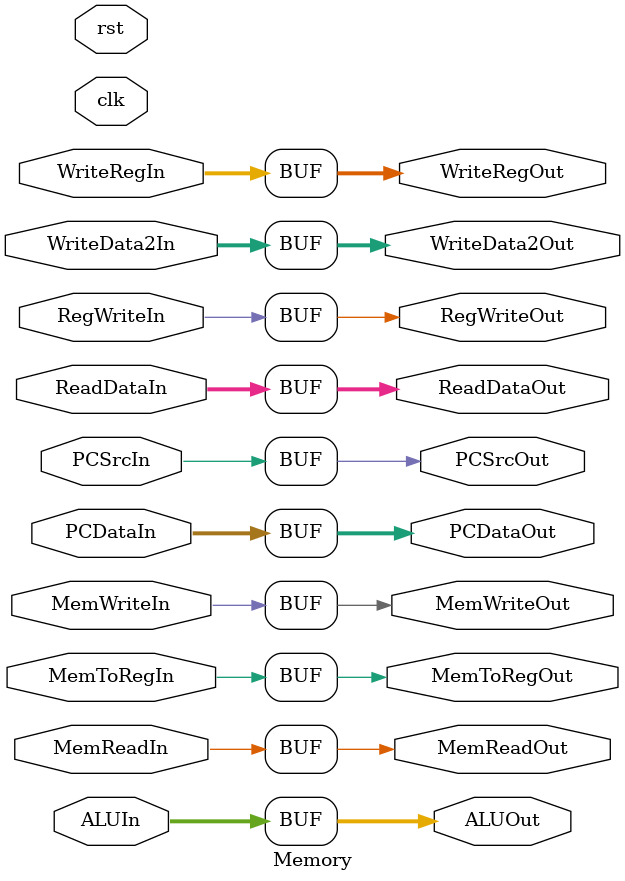
<source format=sv>
module Memory(
	
	input logic clk,
	input logic rst,
	
	input logic [31:0]ALUIn,
	input logic PCSrcIn,
	input logic [31:0]WriteData2In,
	input logic [31:0]PCDataIn,
	input logic RegWriteIn,
	input logic MemReadIn,
	input logic MemWriteIn,
	input logic MemToRegIn,
	input logic [4:0]WriteRegIn,
	input logic [31:0]ReadDataIn,

	output logic [31:0]ReadDataOut,
	output logic [31:0]ALUOut,
	output logic PCSrcOut,
	output logic RegWriteOut,
	output logic MemToRegOut,
	output logic [31:0]PCDataOut,
	output logic [4:0]WriteRegOut,
	output logic [31:0]WriteData2Out,
	output logic MemReadOut,
	output logic MemWriteOut
	

);

assign MemToRegOut = MemToRegIn;
assign RegWriteOut = RegWriteIn;//ctr gia to reg 
assign WriteRegOut = WriteRegIn;//[address]register pou grafete to data
assign PCDataOut = PCDataIn;
assign PCSrcOut = PCSrcIn;
assign ALUOut = ALUIn;
assign WriteData2Out = WriteData2In;
assign MemReadOut = MemReadIn;
assign MemWriteOut = MemWriteIn;
assign ReadDataOut = ReadDataIn;

endmodule 
</source>
